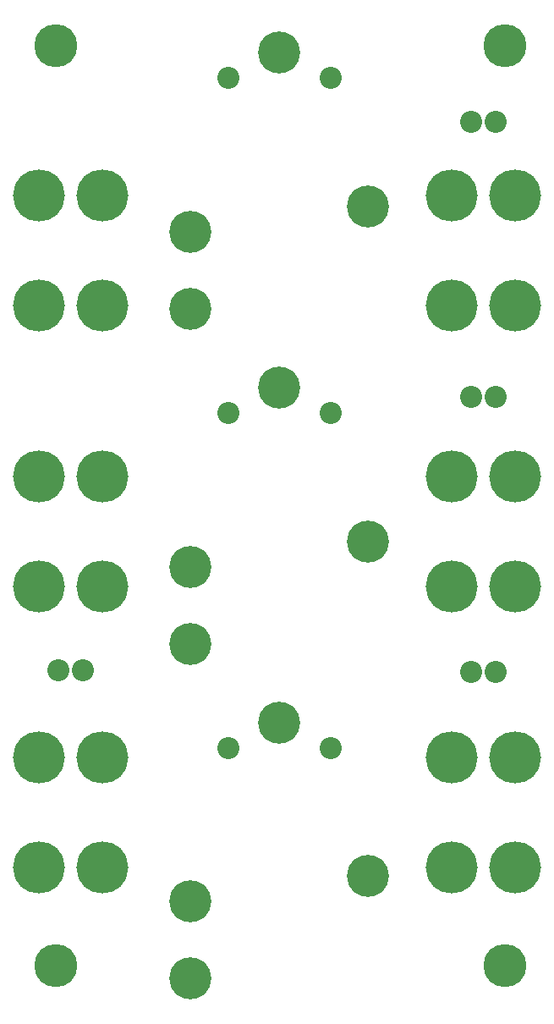
<source format=gbs>
%FSLAX43Y43*%
%MOMM*%
G71*
G01*
G75*
%ADD10C,0.300*%
%ADD11C,4.000*%
%ADD12C,2.000*%
%ADD13C,4.100*%
%ADD14C,5.000*%
%ADD15C,2.000*%
%ADD16C,4.203*%
%ADD17C,2.203*%
%ADD18C,4.303*%
%ADD19C,5.203*%
D16*
X27400Y61800D02*
D03*
X36300Y46400D02*
D03*
X18500Y43860D02*
D03*
Y36160D02*
D03*
Y2660D02*
D03*
Y10360D02*
D03*
X36300Y12900D02*
D03*
X27400Y28300D02*
D03*
X18500Y69660D02*
D03*
Y77360D02*
D03*
X36300Y79900D02*
D03*
X27400Y95300D02*
D03*
D17*
X22300Y59260D02*
D03*
X32500D02*
D03*
Y25760D02*
D03*
X22300D02*
D03*
X32500Y92760D02*
D03*
X22300D02*
D03*
X49050Y88400D02*
D03*
X46550D02*
D03*
Y60850D02*
D03*
X49050D02*
D03*
Y33300D02*
D03*
X46550D02*
D03*
X7750Y33500D02*
D03*
X5250D02*
D03*
D18*
X5000Y4000D02*
D03*
X50000D02*
D03*
X5000Y96000D02*
D03*
X50000D02*
D03*
D19*
X9650Y70000D02*
D03*
X3350D02*
D03*
Y81000D02*
D03*
X9650Y81000D02*
D03*
X50950Y52900D02*
D03*
X44650Y52900D02*
D03*
Y41900D02*
D03*
X50950D02*
D03*
X9650D02*
D03*
X3350D02*
D03*
Y52900D02*
D03*
X9650Y52900D02*
D03*
X50950Y81000D02*
D03*
X44650Y81000D02*
D03*
Y70000D02*
D03*
X50950D02*
D03*
Y24800D02*
D03*
X44650D02*
D03*
Y13800D02*
D03*
X50950D02*
D03*
X9650D02*
D03*
X3350D02*
D03*
Y24800D02*
D03*
X9650Y24800D02*
D03*
M02*

</source>
